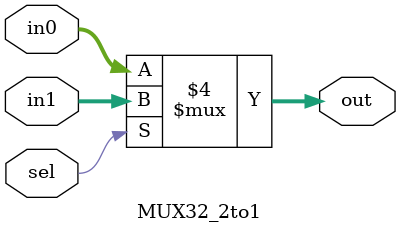
<source format=v>

module MUX4_2to1(in0, in1, sel, out);
   input [3:0]  in0, in1;
   input    sel;
   output [3:0] out;
   reg [3:0] out;


   always @(in0 or in1 or sel)
   begin
      if (sel == 1'b0) out = in0;
      else          out = in1;
   end


   //assign out = (sel)?in1:in0;

endmodule


//needed for conflict in IR-RB constant val between AR and T type
module MUX32_2to1(in0, in1, sel, out);
   input [31:0]  in0, in1;
   input    sel;
   output [31:0] out;
   reg [31:0] out;


   always @(in0 or in1 or sel)
   begin
      if (sel == 1'b0) out = in0;
      else          out = in1;
   end


    //assign out = (sel)?in1:in0;

endmodule


</source>
